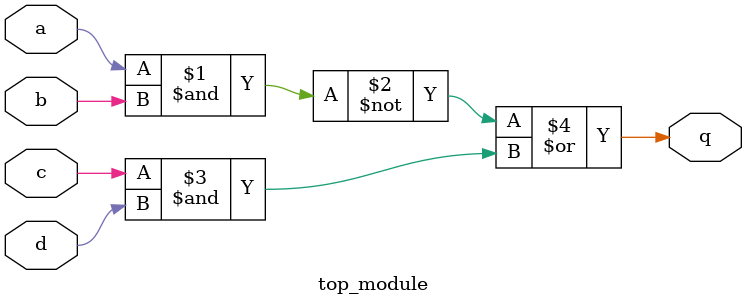
<source format=sv>
module top_module (
	input a, 
	input b, 
	input c, 
	input d,
	output q
);
    assign q = ~(a & b) | (c & d);
endmodule

</source>
